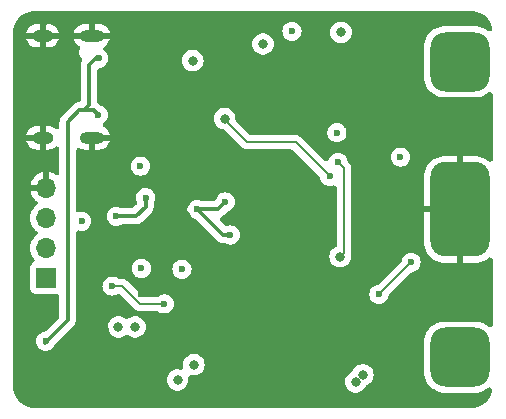
<source format=gbr>
%TF.GenerationSoftware,KiCad,Pcbnew,7.0.5*%
%TF.CreationDate,2024-02-18T20:54:15+09:00*%
%TF.ProjectId,tdc-tdt-kicad,7464632d-7464-4742-9d6b-696361642e6b,rev?*%
%TF.SameCoordinates,Original*%
%TF.FileFunction,Copper,L4,Bot*%
%TF.FilePolarity,Positive*%
%FSLAX46Y46*%
G04 Gerber Fmt 4.6, Leading zero omitted, Abs format (unit mm)*
G04 Created by KiCad (PCBNEW 7.0.5) date 2024-02-18 20:54:15*
%MOMM*%
%LPD*%
G01*
G04 APERTURE LIST*
G04 Aperture macros list*
%AMRoundRect*
0 Rectangle with rounded corners*
0 $1 Rounding radius*
0 $2 $3 $4 $5 $6 $7 $8 $9 X,Y pos of 4 corners*
0 Add a 4 corners polygon primitive as box body*
4,1,4,$2,$3,$4,$5,$6,$7,$8,$9,$2,$3,0*
0 Add four circle primitives for the rounded corners*
1,1,$1+$1,$2,$3*
1,1,$1+$1,$4,$5*
1,1,$1+$1,$6,$7*
1,1,$1+$1,$8,$9*
0 Add four rect primitives between the rounded corners*
20,1,$1+$1,$2,$3,$4,$5,0*
20,1,$1+$1,$4,$5,$6,$7,0*
20,1,$1+$1,$6,$7,$8,$9,0*
20,1,$1+$1,$8,$9,$2,$3,0*%
G04 Aperture macros list end*
%TA.AperFunction,ComponentPad*%
%ADD10R,1.700000X1.700000*%
%TD*%
%TA.AperFunction,ComponentPad*%
%ADD11O,1.700000X1.700000*%
%TD*%
%TA.AperFunction,ComponentPad*%
%ADD12RoundRect,1.250000X1.250000X-1.250000X1.250000X1.250000X-1.250000X1.250000X-1.250000X-1.250000X0*%
%TD*%
%TA.AperFunction,ComponentPad*%
%ADD13RoundRect,1.250000X1.250000X-2.750000X1.250000X2.750000X-1.250000X2.750000X-1.250000X-2.750000X0*%
%TD*%
%TA.AperFunction,ComponentPad*%
%ADD14O,2.100000X1.000000*%
%TD*%
%TA.AperFunction,ComponentPad*%
%ADD15O,1.800000X1.000000*%
%TD*%
%TA.AperFunction,ViaPad*%
%ADD16C,0.600000*%
%TD*%
%TA.AperFunction,ViaPad*%
%ADD17C,0.800000*%
%TD*%
%TA.AperFunction,Conductor*%
%ADD18C,0.350000*%
%TD*%
%TA.AperFunction,Conductor*%
%ADD19C,0.200000*%
%TD*%
G04 APERTURE END LIST*
D10*
%TO.P,J2,1,Pin_1*%
%TO.N,VCC*%
X132000000Y-72800000D03*
D11*
%TO.P,J2,2,Pin_2*%
%TO.N,UART1_RX*%
X132000000Y-70260000D03*
%TO.P,J2,3,Pin_3*%
%TO.N,UART1_TX*%
X132000000Y-67720000D03*
%TO.P,J2,4,Pin_4*%
%TO.N,GND*%
X132000000Y-65180000D03*
%TD*%
D12*
%TO.P,J1,1,Pin_1*%
%TO.N,TRAN_START*%
X167000000Y-54500000D03*
D13*
%TO.P,J1,2,Pin_2*%
%TO.N,GND*%
X167000000Y-67000000D03*
D12*
%TO.P,J1,3,Pin_3*%
%TO.N,TRAN_STOP*%
X167000000Y-79500000D03*
%TD*%
D14*
%TO.P,U1,S,SHIELD*%
%TO.N,GND*%
X135860000Y-52280000D03*
D15*
X131680000Y-52280000D03*
D14*
X135860000Y-60920000D03*
D15*
X131680000Y-60920000D03*
%TD*%
D16*
%TO.N,GND*%
X147400000Y-75900000D03*
D17*
X139710000Y-54600000D03*
X153900000Y-78800000D03*
X160200000Y-71900000D03*
%TO.N,Net-(IC2-TRIGG)*%
X147100000Y-59310000D03*
%TO.N,GND*%
X142200000Y-53887500D03*
X143000000Y-61120000D03*
X140400000Y-61520000D03*
X158200000Y-76800000D03*
%TO.N,+3.3VA*%
X158200000Y-81600000D03*
X158800000Y-81000000D03*
D16*
%TO.N,+1V1*%
X137920000Y-67583000D03*
X147580000Y-69163000D03*
X144749502Y-66994268D03*
X140400000Y-66000000D03*
X147150500Y-66367326D03*
D17*
%TO.N,GND*%
X141500000Y-68700000D03*
X165000000Y-60000000D03*
D16*
X153650000Y-53800000D03*
D17*
X168500000Y-59500000D03*
X140742500Y-80544227D03*
X149600000Y-62600000D03*
X130000000Y-76000000D03*
X136912500Y-77144227D03*
X150450000Y-51000000D03*
D16*
X136050000Y-70400000D03*
X144200000Y-73800000D03*
D17*
X152400000Y-64200000D03*
X141450000Y-83144227D03*
X143800000Y-66400000D03*
X141500000Y-67550000D03*
X168500000Y-73000000D03*
X138000000Y-51000000D03*
D16*
X163945000Y-63055000D03*
X153550000Y-56600000D03*
D17*
X168500000Y-83000000D03*
D16*
X145150000Y-56200000D03*
D17*
X141500000Y-66400000D03*
X142650000Y-66400000D03*
X168000000Y-51000000D03*
X162000000Y-83000000D03*
X142650000Y-68700000D03*
X130000000Y-81000000D03*
X132000000Y-51000000D03*
D16*
X135800000Y-64920000D03*
X156400000Y-73280000D03*
X145362500Y-53187500D03*
D17*
X154400000Y-60800000D03*
X141000000Y-51000000D03*
X143800000Y-67550000D03*
X131500000Y-83000000D03*
X139912500Y-81444227D03*
X146950000Y-51000000D03*
X146312500Y-81344227D03*
X164500000Y-51000000D03*
X165500000Y-83000000D03*
D16*
X140000000Y-74200000D03*
D17*
X148650000Y-66400000D03*
D16*
X161350000Y-59200000D03*
D17*
X168500000Y-61500000D03*
X149700000Y-69200000D03*
X142650000Y-67550000D03*
X150400000Y-64200000D03*
X130000000Y-78500000D03*
X134600000Y-83100000D03*
D16*
X153600000Y-58200000D03*
D17*
X168500000Y-75000000D03*
X154950000Y-51000000D03*
X143800000Y-68700000D03*
X137950000Y-83144227D03*
%TO.N,+3.3V*%
X143112500Y-81444227D03*
X138112500Y-76944227D03*
D16*
X139975000Y-63335000D03*
X140050000Y-72000000D03*
X135000000Y-68000000D03*
X143482475Y-72057023D03*
D17*
X144500000Y-80144227D03*
X139512500Y-76944227D03*
%TO.N,+3.3VA*%
X156950000Y-52000000D03*
D16*
X156600000Y-60500000D03*
X161979500Y-62570000D03*
D17*
X144400000Y-54400000D03*
X150350000Y-53000000D03*
D16*
X152800000Y-51920000D03*
%TO.N,VBUS*%
X136430000Y-54200000D03*
X136400000Y-59000498D03*
X131950000Y-78150000D03*
%TO.N,/QSPI_SS*%
X137570882Y-73495389D03*
X142000000Y-75000000D03*
D17*
%TO.N,+2V8*%
X156874332Y-71001770D03*
D16*
X156700000Y-63000000D03*
%TO.N,MUX2*%
X162880000Y-71480000D03*
X160160000Y-74200000D03*
%TO.N,Net-(IC2-TRIGG)*%
X156000000Y-64200000D03*
%TD*%
D18*
%TO.N,VBUS*%
X133800000Y-59600000D02*
X133800000Y-76400000D01*
X134800000Y-58600000D02*
X133800000Y-59600000D01*
X133800000Y-76400000D02*
X131900000Y-78300000D01*
X135200000Y-58600000D02*
X134800000Y-58600000D01*
D19*
%TO.N,Net-(IC2-TRIGG)*%
X153100000Y-61300000D02*
X149000000Y-61300000D01*
X149000000Y-61300000D02*
X147100000Y-59400000D01*
X147100000Y-59400000D02*
X147100000Y-59310000D01*
X156000000Y-64200000D02*
X153100000Y-61300000D01*
D18*
%TO.N,VBUS*%
X135600000Y-54800000D02*
X135600000Y-58200000D01*
X136200000Y-54200000D02*
X135600000Y-54800000D01*
X135600000Y-58200000D02*
X135200000Y-58600000D01*
X136430000Y-54200000D02*
X136200000Y-54200000D01*
X135999502Y-58600000D02*
X135200000Y-58600000D01*
X136400000Y-59000498D02*
X135999502Y-58600000D01*
%TO.N,+1V1*%
X140400000Y-66000000D02*
X140400000Y-66770000D01*
X146523558Y-66994268D02*
X147150500Y-66367326D01*
X140400000Y-66770000D02*
X139587000Y-67583000D01*
X146963000Y-69163000D02*
X147580000Y-69163000D01*
X139587000Y-67583000D02*
X137920000Y-67583000D01*
X144749502Y-66994268D02*
X146523558Y-66994268D01*
X144794268Y-66994268D02*
X146963000Y-69163000D01*
X144749502Y-66994268D02*
X144794268Y-66994268D01*
D19*
%TO.N,/QSPI_SS*%
X137570882Y-73495389D02*
X138446860Y-73495389D01*
X138446860Y-73495389D02*
X139951471Y-75000000D01*
X139951471Y-75000000D02*
X142000000Y-75000000D01*
%TO.N,+2V8*%
X156700000Y-63000000D02*
X157200000Y-63500000D01*
X157200000Y-70676102D02*
X156874332Y-71001770D01*
X157200000Y-63500000D02*
X157200000Y-70676102D01*
%TO.N,MUX2*%
X162880000Y-71480000D02*
X160160000Y-74200000D01*
%TD*%
%TA.AperFunction,Conductor*%
%TO.N,GND*%
G36*
X168004131Y-50200770D02*
G01*
X168226607Y-50215352D01*
X168243013Y-50217512D01*
X168397768Y-50248294D01*
X168457605Y-50260197D01*
X168473599Y-50264482D01*
X168680779Y-50334811D01*
X168696081Y-50341149D01*
X168892308Y-50437917D01*
X168906652Y-50446199D01*
X169088578Y-50567758D01*
X169101699Y-50577827D01*
X169266204Y-50722093D01*
X169277906Y-50733795D01*
X169422168Y-50898295D01*
X169432242Y-50911423D01*
X169536487Y-51067437D01*
X169553799Y-51093345D01*
X169562082Y-51107691D01*
X169658850Y-51303918D01*
X169665189Y-51319222D01*
X169735514Y-51526393D01*
X169739801Y-51542392D01*
X169757201Y-51629863D01*
X169757202Y-51728579D01*
X169719426Y-51819780D01*
X169649624Y-51889584D01*
X169558423Y-51927361D01*
X169459707Y-51927362D01*
X169368506Y-51889586D01*
X169358826Y-51882786D01*
X169188208Y-51756864D01*
X169188197Y-51756857D01*
X168955180Y-51633705D01*
X168706418Y-51546658D01*
X168706406Y-51546655D01*
X168447439Y-51497656D01*
X168447441Y-51497656D01*
X168337806Y-51491500D01*
X165662193Y-51491500D01*
X165552566Y-51497656D01*
X165552558Y-51497656D01*
X165552558Y-51497657D01*
X165552556Y-51497657D01*
X165552551Y-51497658D01*
X165293593Y-51546655D01*
X165293581Y-51546658D01*
X165044819Y-51633705D01*
X164811802Y-51756857D01*
X164811791Y-51756864D01*
X164599735Y-51913369D01*
X164413369Y-52099735D01*
X164256864Y-52311791D01*
X164256857Y-52311802D01*
X164133705Y-52544819D01*
X164046658Y-52793581D01*
X164046655Y-52793593D01*
X163997656Y-53052559D01*
X163991500Y-53162176D01*
X163991500Y-55837806D01*
X163997656Y-55947433D01*
X163997658Y-55947448D01*
X164046655Y-56206406D01*
X164046658Y-56206418D01*
X164133705Y-56455180D01*
X164133706Y-56455182D01*
X164256860Y-56688202D01*
X164413369Y-56900264D01*
X164599736Y-57086631D01*
X164811798Y-57243140D01*
X165044818Y-57366294D01*
X165293590Y-57453344D01*
X165552558Y-57502343D01*
X165662176Y-57508499D01*
X165662177Y-57508499D01*
X165662195Y-57508500D01*
X168337804Y-57508499D01*
X168337806Y-57508499D01*
X168357738Y-57507379D01*
X168447442Y-57502343D01*
X168706410Y-57453344D01*
X168955182Y-57366294D01*
X169188202Y-57243140D01*
X169396266Y-57089581D01*
X169485599Y-57047585D01*
X169584207Y-57042972D01*
X169677074Y-57076445D01*
X169750063Y-57142909D01*
X169792061Y-57232245D01*
X169799500Y-57293146D01*
X169799500Y-62707474D01*
X169780242Y-62804293D01*
X169725398Y-62886372D01*
X169643319Y-62941216D01*
X169546500Y-62960474D01*
X169449681Y-62941216D01*
X169396264Y-62911038D01*
X169187934Y-62757284D01*
X169187930Y-62757281D01*
X168954987Y-62634167D01*
X168954969Y-62634160D01*
X168706284Y-62547141D01*
X168706277Y-62547139D01*
X168447383Y-62498154D01*
X168447385Y-62498154D01*
X168337805Y-62492000D01*
X167254000Y-62492000D01*
X167254000Y-66031300D01*
X167101690Y-66000000D01*
X166949288Y-66000000D01*
X166797663Y-66015419D01*
X166746000Y-66031628D01*
X166746000Y-62492000D01*
X165662194Y-62492000D01*
X165552615Y-62498154D01*
X165293722Y-62547139D01*
X165293715Y-62547141D01*
X165045030Y-62634160D01*
X165045012Y-62634167D01*
X164812069Y-62757281D01*
X164812056Y-62757290D01*
X164600065Y-62913746D01*
X164413746Y-63100065D01*
X164257290Y-63312056D01*
X164257281Y-63312069D01*
X164134167Y-63545012D01*
X164134160Y-63545030D01*
X164047141Y-63793715D01*
X164047139Y-63793722D01*
X163998154Y-64052615D01*
X163992000Y-64162194D01*
X163992000Y-66746000D01*
X166032790Y-66746000D01*
X166006434Y-66847791D01*
X165996133Y-67050910D01*
X166026931Y-67251945D01*
X166027692Y-67254000D01*
X163992000Y-67254000D01*
X163992000Y-69837805D01*
X163998154Y-69947384D01*
X164047139Y-70206277D01*
X164047141Y-70206284D01*
X164134160Y-70454969D01*
X164134167Y-70454987D01*
X164257281Y-70687930D01*
X164257290Y-70687943D01*
X164413746Y-70899934D01*
X164600065Y-71086253D01*
X164812056Y-71242709D01*
X164812069Y-71242718D01*
X165045012Y-71365832D01*
X165045030Y-71365839D01*
X165293715Y-71452858D01*
X165293722Y-71452860D01*
X165552616Y-71501845D01*
X165552614Y-71501845D01*
X165662194Y-71507999D01*
X165662230Y-71508000D01*
X166746000Y-71508000D01*
X166746000Y-67968699D01*
X166898310Y-68000000D01*
X167050712Y-68000000D01*
X167202337Y-67984581D01*
X167254000Y-67968371D01*
X167254000Y-71508000D01*
X168337770Y-71508000D01*
X168337805Y-71507999D01*
X168447384Y-71501845D01*
X168706277Y-71452860D01*
X168706284Y-71452858D01*
X168954969Y-71365839D01*
X168954987Y-71365832D01*
X169187930Y-71242718D01*
X169187936Y-71242714D01*
X169396263Y-71088962D01*
X169485600Y-71046964D01*
X169584207Y-71042351D01*
X169677075Y-71075824D01*
X169750063Y-71142288D01*
X169792061Y-71231625D01*
X169799500Y-71292525D01*
X169799500Y-76706853D01*
X169780242Y-76803672D01*
X169725398Y-76885751D01*
X169643319Y-76940595D01*
X169546500Y-76959853D01*
X169449681Y-76940595D01*
X169396263Y-76910416D01*
X169188208Y-76756864D01*
X169188197Y-76756857D01*
X168955180Y-76633705D01*
X168706418Y-76546658D01*
X168706406Y-76546655D01*
X168447439Y-76497656D01*
X168447441Y-76497656D01*
X168337806Y-76491500D01*
X165662193Y-76491500D01*
X165552566Y-76497656D01*
X165552558Y-76497656D01*
X165552558Y-76497657D01*
X165552556Y-76497657D01*
X165552551Y-76497658D01*
X165293593Y-76546655D01*
X165293581Y-76546658D01*
X165044819Y-76633705D01*
X164811802Y-76756857D01*
X164811791Y-76756864D01*
X164599735Y-76913369D01*
X164413369Y-77099735D01*
X164256864Y-77311791D01*
X164256857Y-77311802D01*
X164133705Y-77544819D01*
X164046658Y-77793581D01*
X164046655Y-77793593D01*
X163997656Y-78052559D01*
X163991500Y-78162176D01*
X163991500Y-80837806D01*
X163997656Y-80947433D01*
X163997658Y-80947448D01*
X164046655Y-81206406D01*
X164046658Y-81206418D01*
X164133705Y-81455180D01*
X164256857Y-81688197D01*
X164256864Y-81688208D01*
X164411208Y-81897336D01*
X164413369Y-81900264D01*
X164599736Y-82086631D01*
X164811798Y-82243140D01*
X165044818Y-82366294D01*
X165293590Y-82453344D01*
X165552558Y-82502343D01*
X165662176Y-82508499D01*
X165662177Y-82508499D01*
X165662195Y-82508500D01*
X168337804Y-82508499D01*
X168337806Y-82508499D01*
X168357738Y-82507379D01*
X168447442Y-82502343D01*
X168706410Y-82453344D01*
X168955182Y-82366294D01*
X169188202Y-82243140D01*
X169358828Y-82117211D01*
X169448162Y-82075215D01*
X169546770Y-82070602D01*
X169639637Y-82104075D01*
X169712626Y-82170539D01*
X169754624Y-82259875D01*
X169759237Y-82358483D01*
X169757201Y-82370136D01*
X169739801Y-82457607D01*
X169735514Y-82473606D01*
X169665189Y-82680777D01*
X169658850Y-82696081D01*
X169562082Y-82892308D01*
X169553799Y-82906654D01*
X169478669Y-83019094D01*
X169432247Y-83088568D01*
X169422168Y-83101704D01*
X169277912Y-83266198D01*
X169266198Y-83277912D01*
X169101704Y-83422168D01*
X169088568Y-83432247D01*
X169019094Y-83478669D01*
X168906654Y-83553799D01*
X168892308Y-83562082D01*
X168696081Y-83658850D01*
X168680777Y-83665189D01*
X168473606Y-83735515D01*
X168457605Y-83739802D01*
X168243019Y-83782485D01*
X168226596Y-83784648D01*
X168171451Y-83788262D01*
X168004130Y-83799229D01*
X167995862Y-83799500D01*
X131004138Y-83799500D01*
X130995868Y-83799229D01*
X130773403Y-83784648D01*
X130756980Y-83782485D01*
X130542394Y-83739802D01*
X130526393Y-83735515D01*
X130319222Y-83665189D01*
X130303918Y-83658850D01*
X130107691Y-83562082D01*
X130093345Y-83553799D01*
X130067437Y-83536487D01*
X129911423Y-83432242D01*
X129898295Y-83422168D01*
X129733795Y-83277906D01*
X129722093Y-83266204D01*
X129577827Y-83101699D01*
X129567758Y-83088578D01*
X129446199Y-82906652D01*
X129437917Y-82892308D01*
X129341149Y-82696081D01*
X129334810Y-82680777D01*
X129274239Y-82502343D01*
X129264482Y-82473599D01*
X129260197Y-82457605D01*
X129217514Y-82243019D01*
X129215352Y-82226609D01*
X129200768Y-82004101D01*
X129200500Y-81995886D01*
X129200500Y-81960118D01*
X129200500Y-81960117D01*
X129200500Y-81444227D01*
X142198996Y-81444227D01*
X142218958Y-81634157D01*
X142277973Y-81815785D01*
X142373460Y-81981172D01*
X142501244Y-82123091D01*
X142501248Y-82123094D01*
X142655747Y-82235344D01*
X142655748Y-82235345D01*
X142830212Y-82313021D01*
X142830217Y-82313022D01*
X142830220Y-82313023D01*
X143017008Y-82352726D01*
X143017013Y-82352727D01*
X143017015Y-82352727D01*
X143207985Y-82352727D01*
X143207987Y-82352727D01*
X143394788Y-82313021D01*
X143569252Y-82235345D01*
X143723753Y-82123093D01*
X143729048Y-82117213D01*
X143851539Y-81981172D01*
X143863696Y-81960117D01*
X143947027Y-81815783D01*
X144006042Y-81634155D01*
X144009632Y-81600000D01*
X157286496Y-81600000D01*
X157306458Y-81789930D01*
X157365473Y-81971558D01*
X157460960Y-82136945D01*
X157588744Y-82278864D01*
X157588748Y-82278867D01*
X157743247Y-82391117D01*
X157743248Y-82391118D01*
X157917712Y-82468794D01*
X157917717Y-82468795D01*
X157917720Y-82468796D01*
X158104508Y-82508499D01*
X158104513Y-82508500D01*
X158104515Y-82508500D01*
X158295485Y-82508500D01*
X158295487Y-82508500D01*
X158413654Y-82483382D01*
X158482279Y-82468796D01*
X158482279Y-82468795D01*
X158482288Y-82468794D01*
X158656752Y-82391118D01*
X158811253Y-82278866D01*
X158939040Y-82136944D01*
X159034527Y-81971556D01*
X159034528Y-81971551D01*
X159034531Y-81971547D01*
X159039920Y-81959444D01*
X159043268Y-81960934D01*
X159078860Y-81897336D01*
X159156364Y-81836197D01*
X159168390Y-81830459D01*
X159256752Y-81791118D01*
X159411253Y-81678866D01*
X159539040Y-81536944D01*
X159634527Y-81371556D01*
X159693542Y-81189928D01*
X159713504Y-81000000D01*
X159693542Y-80810072D01*
X159634527Y-80628444D01*
X159634526Y-80628443D01*
X159634526Y-80628441D01*
X159539039Y-80463054D01*
X159411255Y-80321135D01*
X159411251Y-80321132D01*
X159256752Y-80208882D01*
X159256753Y-80208882D01*
X159082288Y-80131206D01*
X159082279Y-80131203D01*
X158895491Y-80091500D01*
X158895487Y-80091500D01*
X158704513Y-80091500D01*
X158704508Y-80091500D01*
X158517720Y-80131203D01*
X158517711Y-80131206D01*
X158343246Y-80208882D01*
X158188748Y-80321132D01*
X158188744Y-80321135D01*
X158060960Y-80463054D01*
X157965474Y-80628440D01*
X157960083Y-80640550D01*
X157956751Y-80639066D01*
X157921009Y-80702817D01*
X157843456Y-80763894D01*
X157831612Y-80769539D01*
X157743248Y-80808881D01*
X157743247Y-80808882D01*
X157588748Y-80921132D01*
X157588744Y-80921135D01*
X157460960Y-81063054D01*
X157365473Y-81228441D01*
X157306458Y-81410069D01*
X157286496Y-81600000D01*
X144009632Y-81600000D01*
X144026004Y-81444227D01*
X144011665Y-81307801D01*
X144020697Y-81209504D01*
X144066661Y-81122142D01*
X144142557Y-81059019D01*
X144236833Y-81029745D01*
X144315880Y-81033888D01*
X144404508Y-81052726D01*
X144404513Y-81052727D01*
X144404515Y-81052727D01*
X144595485Y-81052727D01*
X144595487Y-81052727D01*
X144782288Y-81013021D01*
X144956752Y-80935345D01*
X145111253Y-80823093D01*
X145239040Y-80681171D01*
X145334527Y-80515783D01*
X145393542Y-80334155D01*
X145413504Y-80144227D01*
X145393542Y-79954299D01*
X145334527Y-79772671D01*
X145334526Y-79772670D01*
X145334526Y-79772668D01*
X145239039Y-79607281D01*
X145111255Y-79465362D01*
X145111251Y-79465359D01*
X144956752Y-79353109D01*
X144956753Y-79353109D01*
X144782288Y-79275433D01*
X144782279Y-79275430D01*
X144595491Y-79235727D01*
X144595487Y-79235727D01*
X144404513Y-79235727D01*
X144404508Y-79235727D01*
X144217720Y-79275430D01*
X144217711Y-79275433D01*
X144043246Y-79353109D01*
X143888748Y-79465359D01*
X143888744Y-79465362D01*
X143760960Y-79607281D01*
X143665473Y-79772668D01*
X143606458Y-79954296D01*
X143586496Y-80144227D01*
X143586496Y-80144228D01*
X143600834Y-80280649D01*
X143591801Y-80378951D01*
X143545837Y-80466313D01*
X143469941Y-80529435D01*
X143375665Y-80558708D01*
X143296621Y-80554566D01*
X143207987Y-80535727D01*
X143017013Y-80535727D01*
X143017008Y-80535727D01*
X142830220Y-80575430D01*
X142830211Y-80575433D01*
X142655746Y-80653109D01*
X142501248Y-80765359D01*
X142501244Y-80765362D01*
X142373460Y-80907281D01*
X142277973Y-81072668D01*
X142218958Y-81254296D01*
X142198996Y-81444227D01*
X129200500Y-81444227D01*
X129200500Y-61174000D01*
X130303693Y-61174000D01*
X130344224Y-61307611D01*
X130437822Y-61482721D01*
X130437827Y-61482729D01*
X130563786Y-61636210D01*
X130563789Y-61636213D01*
X130717270Y-61762172D01*
X130717278Y-61762177D01*
X130892388Y-61855775D01*
X131082393Y-61913413D01*
X131230480Y-61927999D01*
X131230483Y-61928000D01*
X131426000Y-61928000D01*
X131426000Y-61220000D01*
X131933999Y-61220000D01*
X131933999Y-61927999D01*
X131934000Y-61928000D01*
X132129517Y-61928000D01*
X132129519Y-61927999D01*
X132277606Y-61913413D01*
X132467611Y-61855775D01*
X132642721Y-61762177D01*
X132642729Y-61762172D01*
X132702998Y-61712711D01*
X132790057Y-61666176D01*
X132888298Y-61656500D01*
X132982763Y-61685156D01*
X133059071Y-61747780D01*
X133105606Y-61834839D01*
X133116500Y-61908282D01*
X133116500Y-63815526D01*
X133097242Y-63912345D01*
X133042398Y-63994424D01*
X132960319Y-64049268D01*
X132863500Y-64068526D01*
X132766681Y-64049268D01*
X132743085Y-64038033D01*
X132547372Y-63932118D01*
X132547370Y-63932117D01*
X132334507Y-63859041D01*
X132254000Y-63845606D01*
X132254000Y-64746325D01*
X132142315Y-64695320D01*
X132035763Y-64680000D01*
X131964237Y-64680000D01*
X131857685Y-64695320D01*
X131746000Y-64746325D01*
X131746000Y-63845606D01*
X131665492Y-63859041D01*
X131452629Y-63932117D01*
X131452627Y-63932118D01*
X131254694Y-64039235D01*
X131077106Y-64177457D01*
X131077101Y-64177462D01*
X130924671Y-64343046D01*
X130924670Y-64343047D01*
X130801581Y-64531449D01*
X130801579Y-64531453D01*
X130711177Y-64737546D01*
X130711176Y-64737550D01*
X130663455Y-64925999D01*
X130663456Y-64926000D01*
X131568884Y-64926000D01*
X131540507Y-64970156D01*
X131500000Y-65108111D01*
X131500000Y-65251889D01*
X131540507Y-65389844D01*
X131568884Y-65434000D01*
X130663455Y-65434000D01*
X130711176Y-65622449D01*
X130711177Y-65622453D01*
X130801579Y-65828546D01*
X130801581Y-65828550D01*
X130924670Y-66016952D01*
X130924671Y-66016953D01*
X131077101Y-66182537D01*
X131077104Y-66182540D01*
X131163814Y-66250029D01*
X131228389Y-66324694D01*
X131259476Y-66418387D01*
X131252342Y-66516845D01*
X131208072Y-66605077D01*
X131163817Y-66649333D01*
X131076763Y-66717091D01*
X131076753Y-66717100D01*
X130924278Y-66882730D01*
X130801138Y-67071210D01*
X130710706Y-67277379D01*
X130710703Y-67277387D01*
X130655436Y-67495629D01*
X130655435Y-67495634D01*
X130636844Y-67720000D01*
X130655435Y-67944365D01*
X130655436Y-67944370D01*
X130681932Y-68048999D01*
X130710704Y-68162616D01*
X130718677Y-68180793D01*
X130801138Y-68368789D01*
X130924278Y-68557269D01*
X131076753Y-68722899D01*
X131076755Y-68722901D01*
X131076760Y-68722906D01*
X131163409Y-68790348D01*
X131227983Y-68865014D01*
X131259069Y-68958707D01*
X131251934Y-69057164D01*
X131207664Y-69145397D01*
X131163409Y-69189652D01*
X131076761Y-69257093D01*
X131076753Y-69257100D01*
X130924278Y-69422730D01*
X130801138Y-69611210D01*
X130710706Y-69817379D01*
X130710703Y-69817387D01*
X130655436Y-70035629D01*
X130655435Y-70035634D01*
X130636844Y-70260000D01*
X130655435Y-70484365D01*
X130655436Y-70484370D01*
X130692369Y-70630214D01*
X130710704Y-70702616D01*
X130716569Y-70715987D01*
X130801138Y-70908789D01*
X130924278Y-71097269D01*
X130945238Y-71120037D01*
X130996644Y-71204312D01*
X131011885Y-71301844D01*
X130988642Y-71397785D01*
X130930454Y-71477527D01*
X130910720Y-71493925D01*
X130786742Y-71586735D01*
X130786737Y-71586740D01*
X130699113Y-71703791D01*
X130648009Y-71840803D01*
X130641501Y-71901345D01*
X130641500Y-71901365D01*
X130641500Y-73698634D01*
X130641501Y-73698654D01*
X130648009Y-73759196D01*
X130648011Y-73759201D01*
X130699111Y-73896204D01*
X130699112Y-73896205D01*
X130699113Y-73896208D01*
X130786737Y-74013259D01*
X130786740Y-74013262D01*
X130903791Y-74100886D01*
X130903792Y-74100886D01*
X130903796Y-74100889D01*
X131040799Y-74151989D01*
X131040802Y-74151989D01*
X131040804Y-74151990D01*
X131040802Y-74151990D01*
X131089065Y-74157178D01*
X131101362Y-74158500D01*
X131101365Y-74158500D01*
X132863500Y-74158500D01*
X132960319Y-74177758D01*
X133042398Y-74232602D01*
X133097242Y-74314681D01*
X133116500Y-74411500D01*
X133116500Y-76012088D01*
X133097242Y-76108907D01*
X133042398Y-76190986D01*
X131952869Y-77280514D01*
X131870790Y-77335358D01*
X131802303Y-77353025D01*
X131768953Y-77356783D01*
X131768952Y-77356783D01*
X131596983Y-77416957D01*
X131442722Y-77513886D01*
X131442718Y-77513889D01*
X131313889Y-77642718D01*
X131313886Y-77642722D01*
X131216957Y-77796983D01*
X131156783Y-77968953D01*
X131136384Y-78149998D01*
X131136384Y-78150001D01*
X131156783Y-78331046D01*
X131216957Y-78503016D01*
X131313889Y-78657282D01*
X131322860Y-78668531D01*
X131332226Y-78681975D01*
X131358004Y-78724618D01*
X131358007Y-78724622D01*
X131358008Y-78724623D01*
X131475377Y-78841992D01*
X131617423Y-78927861D01*
X131775891Y-78977242D01*
X131941572Y-78987264D01*
X132104837Y-78957344D01*
X132149341Y-78937314D01*
X132159486Y-78933265D01*
X132174930Y-78927861D01*
X132303015Y-78883043D01*
X132457281Y-78786111D01*
X132586111Y-78657281D01*
X132613331Y-78613960D01*
X132690603Y-78490984D01*
X132691473Y-78491530D01*
X132731497Y-78435116D01*
X134222386Y-76944227D01*
X137198996Y-76944227D01*
X137218958Y-77134157D01*
X137277973Y-77315785D01*
X137373460Y-77481172D01*
X137501244Y-77623091D01*
X137501248Y-77623094D01*
X137655747Y-77735344D01*
X137655748Y-77735345D01*
X137830212Y-77813021D01*
X137830217Y-77813022D01*
X137830220Y-77813023D01*
X138017008Y-77852726D01*
X138017013Y-77852727D01*
X138017015Y-77852727D01*
X138207985Y-77852727D01*
X138207987Y-77852727D01*
X138394788Y-77813021D01*
X138569252Y-77735345D01*
X138663792Y-77666656D01*
X138753436Y-77625330D01*
X138852076Y-77621453D01*
X138944690Y-77655620D01*
X138961189Y-77666644D01*
X139055748Y-77735345D01*
X139230212Y-77813021D01*
X139230217Y-77813022D01*
X139230220Y-77813023D01*
X139417008Y-77852726D01*
X139417013Y-77852727D01*
X139417015Y-77852727D01*
X139607985Y-77852727D01*
X139607987Y-77852727D01*
X139794788Y-77813021D01*
X139969252Y-77735345D01*
X140123753Y-77623093D01*
X140251540Y-77481171D01*
X140347027Y-77315783D01*
X140406042Y-77134155D01*
X140426004Y-76944227D01*
X140406042Y-76754299D01*
X140347027Y-76572671D01*
X140347026Y-76572670D01*
X140347026Y-76572668D01*
X140251539Y-76407281D01*
X140123755Y-76265362D01*
X140123751Y-76265359D01*
X139969252Y-76153109D01*
X139969253Y-76153109D01*
X139845198Y-76097877D01*
X139764583Y-76040904D01*
X139730655Y-75987133D01*
X139686753Y-76016468D01*
X139589934Y-76035727D01*
X139417008Y-76035727D01*
X139230220Y-76075430D01*
X139230211Y-76075433D01*
X139055747Y-76153109D01*
X138961209Y-76221795D01*
X138871561Y-76263123D01*
X138772921Y-76266998D01*
X138680307Y-76232831D01*
X138663791Y-76221795D01*
X138569252Y-76153109D01*
X138394788Y-76075433D01*
X138394779Y-76075430D01*
X138207991Y-76035727D01*
X138207987Y-76035727D01*
X138017013Y-76035727D01*
X138017008Y-76035727D01*
X137830220Y-76075430D01*
X137830211Y-76075433D01*
X137655746Y-76153109D01*
X137501248Y-76265359D01*
X137501244Y-76265362D01*
X137373460Y-76407281D01*
X137277973Y-76572668D01*
X137218958Y-76754296D01*
X137198996Y-76944227D01*
X134222386Y-76944227D01*
X134266016Y-76900597D01*
X134271536Y-76895401D01*
X134315365Y-76856573D01*
X134348608Y-76808410D01*
X134353127Y-76802269D01*
X134389223Y-76756197D01*
X134389227Y-76756186D01*
X134392500Y-76750775D01*
X134406711Y-76725577D01*
X134409653Y-76719972D01*
X134409652Y-76719972D01*
X134409654Y-76719971D01*
X134430405Y-76665253D01*
X134433332Y-76658187D01*
X134457344Y-76604837D01*
X134457346Y-76604823D01*
X134459242Y-76598744D01*
X134466998Y-76570921D01*
X134468512Y-76564778D01*
X134468512Y-76564775D01*
X134468513Y-76564774D01*
X134475569Y-76506657D01*
X134476712Y-76499148D01*
X134487264Y-76441572D01*
X134483730Y-76383161D01*
X134483500Y-76375528D01*
X134483500Y-73495389D01*
X136757266Y-73495389D01*
X136777665Y-73676436D01*
X136806624Y-73759196D01*
X136837839Y-73848405D01*
X136934768Y-74002666D01*
X136934771Y-74002670D01*
X137063600Y-74131499D01*
X137063604Y-74131502D01*
X137172614Y-74199998D01*
X137217867Y-74228432D01*
X137389835Y-74288606D01*
X137552547Y-74306939D01*
X137570881Y-74309005D01*
X137570882Y-74309005D01*
X137570883Y-74309005D01*
X137587530Y-74307129D01*
X137751929Y-74288606D01*
X137923897Y-74228432D01*
X137973684Y-74197148D01*
X137995920Y-74183177D01*
X138088145Y-74147973D01*
X138186822Y-74150741D01*
X138276928Y-74191061D01*
X138309422Y-74218500D01*
X139487124Y-75396202D01*
X139498044Y-75408654D01*
X139517482Y-75433985D01*
X139517486Y-75433989D01*
X139541028Y-75452053D01*
X139549396Y-75458474D01*
X139549399Y-75458477D01*
X139612997Y-75507277D01*
X139613002Y-75507281D01*
X139644596Y-75531524D01*
X139686751Y-75548985D01*
X139768830Y-75603828D01*
X139807669Y-75661954D01*
X139857434Y-75630554D01*
X139935065Y-75616166D01*
X139935032Y-75615914D01*
X139939843Y-75615280D01*
X139948102Y-75613750D01*
X139951470Y-75613750D01*
X139951470Y-75613749D01*
X139951471Y-75613750D01*
X139983125Y-75609582D01*
X139999651Y-75608500D01*
X141375888Y-75608500D01*
X141472707Y-75627758D01*
X141510492Y-75647279D01*
X141646983Y-75733042D01*
X141646985Y-75733043D01*
X141818953Y-75793217D01*
X141981665Y-75811550D01*
X141999999Y-75813616D01*
X142000000Y-75813616D01*
X142000001Y-75813616D01*
X142016648Y-75811740D01*
X142181047Y-75793217D01*
X142353015Y-75733043D01*
X142507281Y-75636111D01*
X142636111Y-75507281D01*
X142733043Y-75353015D01*
X142793217Y-75181047D01*
X142813616Y-75000000D01*
X142793217Y-74818953D01*
X142733043Y-74646985D01*
X142636111Y-74492719D01*
X142507281Y-74363889D01*
X142507277Y-74363886D01*
X142353016Y-74266957D01*
X142242916Y-74228432D01*
X142181047Y-74206783D01*
X142120855Y-74200001D01*
X159346384Y-74200001D01*
X159350057Y-74232602D01*
X159364849Y-74363886D01*
X159366783Y-74381046D01*
X159426957Y-74553016D01*
X159486001Y-74646983D01*
X159523889Y-74707281D01*
X159652719Y-74836111D01*
X159806985Y-74933043D01*
X159978953Y-74993217D01*
X160141665Y-75011550D01*
X160159999Y-75013616D01*
X160160000Y-75013616D01*
X160160001Y-75013616D01*
X160176648Y-75011740D01*
X160341047Y-74993217D01*
X160513015Y-74933043D01*
X160667281Y-74836111D01*
X160796111Y-74707281D01*
X160893043Y-74553015D01*
X160953217Y-74381047D01*
X160957744Y-74340865D01*
X160987718Y-74246815D01*
X161030251Y-74190296D01*
X162870295Y-72350252D01*
X162952371Y-72295411D01*
X163020863Y-72277744D01*
X163061047Y-72273217D01*
X163233015Y-72213043D01*
X163387281Y-72116111D01*
X163516111Y-71987281D01*
X163613043Y-71833015D01*
X163673217Y-71661047D01*
X163693616Y-71480000D01*
X163693337Y-71477527D01*
X163684736Y-71401189D01*
X163673217Y-71298953D01*
X163613043Y-71126985D01*
X163608677Y-71120037D01*
X163516113Y-70972722D01*
X163516110Y-70972718D01*
X163387281Y-70843889D01*
X163387277Y-70843886D01*
X163233016Y-70746957D01*
X163144522Y-70715992D01*
X163061047Y-70686783D01*
X162966241Y-70676101D01*
X162880001Y-70666384D01*
X162879999Y-70666384D01*
X162698953Y-70686783D01*
X162526983Y-70746957D01*
X162372722Y-70843886D01*
X162372718Y-70843889D01*
X162243889Y-70972718D01*
X162243886Y-70972722D01*
X162146957Y-71126983D01*
X162086783Y-71298952D01*
X162086783Y-71298954D01*
X162082255Y-71339137D01*
X162052276Y-71433191D01*
X162009744Y-71489705D01*
X160169705Y-73329744D01*
X160087626Y-73384588D01*
X160019137Y-73402255D01*
X159993911Y-73405097D01*
X159978953Y-73406783D01*
X159978952Y-73406783D01*
X159806983Y-73466957D01*
X159652722Y-73563886D01*
X159652718Y-73563889D01*
X159523889Y-73692718D01*
X159523886Y-73692722D01*
X159426957Y-73846983D01*
X159366783Y-74018953D01*
X159346384Y-74199998D01*
X159346384Y-74200001D01*
X142120855Y-74200001D01*
X142034685Y-74190292D01*
X142000001Y-74186384D01*
X141999999Y-74186384D01*
X141818953Y-74206783D01*
X141646983Y-74266957D01*
X141510492Y-74352721D01*
X141418267Y-74387925D01*
X141375888Y-74391500D01*
X140308316Y-74391500D01*
X140211497Y-74372242D01*
X140129418Y-74317398D01*
X138911202Y-73099182D01*
X138900280Y-73086728D01*
X138880846Y-73061401D01*
X138848932Y-73036912D01*
X138848932Y-73036911D01*
X138753733Y-72963863D01*
X138605716Y-72902552D01*
X138605715Y-72902551D01*
X138586320Y-72899997D01*
X138586316Y-72899997D01*
X138537893Y-72893622D01*
X138481523Y-72886201D01*
X138481517Y-72886201D01*
X138446861Y-72881639D01*
X138446860Y-72881639D01*
X138415207Y-72885806D01*
X138398679Y-72886889D01*
X138194994Y-72886889D01*
X138098175Y-72867631D01*
X138060390Y-72848110D01*
X137923898Y-72762346D01*
X137837912Y-72732259D01*
X137751929Y-72702172D01*
X137661405Y-72691972D01*
X137570883Y-72681773D01*
X137570881Y-72681773D01*
X137389835Y-72702172D01*
X137217865Y-72762346D01*
X137063604Y-72859275D01*
X137063600Y-72859278D01*
X136934771Y-72988107D01*
X136934768Y-72988111D01*
X136837839Y-73142372D01*
X136777665Y-73314342D01*
X136760470Y-73466957D01*
X136757266Y-73495389D01*
X134483500Y-73495389D01*
X134483500Y-72000000D01*
X139236384Y-72000000D01*
X139256783Y-72181047D01*
X139267979Y-72213043D01*
X139316957Y-72353016D01*
X139413886Y-72507277D01*
X139413889Y-72507281D01*
X139542718Y-72636110D01*
X139542722Y-72636113D01*
X139633473Y-72693136D01*
X139696985Y-72733043D01*
X139868953Y-72793217D01*
X140031665Y-72811550D01*
X140049999Y-72813616D01*
X140050000Y-72813616D01*
X140050001Y-72813616D01*
X140066648Y-72811740D01*
X140231047Y-72793217D01*
X140403015Y-72733043D01*
X140557281Y-72636111D01*
X140686111Y-72507281D01*
X140783043Y-72353015D01*
X140843217Y-72181047D01*
X140857191Y-72057023D01*
X142668859Y-72057023D01*
X142689258Y-72238070D01*
X142719344Y-72324053D01*
X142749432Y-72410039D01*
X142846361Y-72564300D01*
X142846364Y-72564304D01*
X142975193Y-72693133D01*
X142975197Y-72693136D01*
X143038708Y-72733043D01*
X143129460Y-72790066D01*
X143301428Y-72850240D01*
X143464140Y-72868573D01*
X143482474Y-72870639D01*
X143482475Y-72870639D01*
X143482476Y-72870639D01*
X143499123Y-72868763D01*
X143663522Y-72850240D01*
X143835490Y-72790066D01*
X143989756Y-72693134D01*
X144118586Y-72564304D01*
X144215518Y-72410038D01*
X144275692Y-72238070D01*
X144296091Y-72057023D01*
X144275692Y-71875976D01*
X144215518Y-71704008D01*
X144200832Y-71680636D01*
X144118588Y-71549745D01*
X144118585Y-71549741D01*
X143989756Y-71420912D01*
X143989752Y-71420909D01*
X143835491Y-71323980D01*
X143745596Y-71292525D01*
X143663522Y-71263806D01*
X143572998Y-71253606D01*
X143482476Y-71243407D01*
X143482474Y-71243407D01*
X143301428Y-71263806D01*
X143129458Y-71323980D01*
X142975197Y-71420909D01*
X142975193Y-71420912D01*
X142846364Y-71549741D01*
X142846361Y-71549745D01*
X142749432Y-71704006D01*
X142691152Y-71870563D01*
X142689258Y-71875976D01*
X142668859Y-72057023D01*
X140857191Y-72057023D01*
X140863616Y-72000000D01*
X140862182Y-71987277D01*
X140853506Y-71910270D01*
X140843217Y-71818953D01*
X140783043Y-71646985D01*
X140745188Y-71586740D01*
X140686113Y-71492722D01*
X140686110Y-71492718D01*
X140557281Y-71363889D01*
X140557277Y-71363886D01*
X140403016Y-71266957D01*
X140317031Y-71236869D01*
X140231047Y-71206783D01*
X140140523Y-71196583D01*
X140050001Y-71186384D01*
X140049999Y-71186384D01*
X139868953Y-71206783D01*
X139696983Y-71266957D01*
X139542722Y-71363886D01*
X139542718Y-71363889D01*
X139413889Y-71492718D01*
X139413886Y-71492722D01*
X139316957Y-71646983D01*
X139256783Y-71818953D01*
X139237818Y-71987277D01*
X139236384Y-72000000D01*
X134483500Y-72000000D01*
X134483500Y-69032407D01*
X134502758Y-68935588D01*
X134557602Y-68853509D01*
X134639681Y-68798665D01*
X134736500Y-68779407D01*
X134804877Y-68791024D01*
X134805099Y-68790055D01*
X134818946Y-68793214D01*
X134818953Y-68793217D01*
X134967774Y-68809985D01*
X134999999Y-68813616D01*
X135000000Y-68813616D01*
X135000001Y-68813616D01*
X135016648Y-68811740D01*
X135181047Y-68793217D01*
X135353015Y-68733043D01*
X135507281Y-68636111D01*
X135636111Y-68507281D01*
X135733043Y-68353015D01*
X135793217Y-68181047D01*
X135813616Y-68000000D01*
X135793217Y-67818953D01*
X135733043Y-67646985D01*
X135693146Y-67583490D01*
X135692839Y-67583001D01*
X137106384Y-67583001D01*
X137113593Y-67646983D01*
X137126783Y-67764047D01*
X137148110Y-67824996D01*
X137186957Y-67936016D01*
X137283886Y-68090277D01*
X137283889Y-68090281D01*
X137412718Y-68219110D01*
X137412722Y-68219113D01*
X137494126Y-68270263D01*
X137566985Y-68316043D01*
X137738953Y-68376217D01*
X137901665Y-68394550D01*
X137919999Y-68396616D01*
X137920000Y-68396616D01*
X137920001Y-68396616D01*
X137936648Y-68394740D01*
X138101047Y-68376217D01*
X138273015Y-68316043D01*
X138290145Y-68305279D01*
X138382371Y-68270075D01*
X138424750Y-68266500D01*
X139562531Y-68266500D01*
X139570161Y-68266730D01*
X139628572Y-68270264D01*
X139686148Y-68259712D01*
X139693657Y-68258569D01*
X139751774Y-68251513D01*
X139751775Y-68251512D01*
X139751778Y-68251512D01*
X139757921Y-68249998D01*
X139785744Y-68242242D01*
X139791823Y-68240346D01*
X139791837Y-68240344D01*
X139845188Y-68216331D01*
X139852253Y-68213405D01*
X139867240Y-68207721D01*
X139906971Y-68192654D01*
X139906973Y-68192652D01*
X139912577Y-68189711D01*
X139937775Y-68175500D01*
X139943186Y-68172227D01*
X139943197Y-68172223D01*
X139989269Y-68136127D01*
X139995415Y-68131605D01*
X140043573Y-68098365D01*
X140082401Y-68054536D01*
X140087597Y-68049016D01*
X140866016Y-67270597D01*
X140871536Y-67265401D01*
X140915365Y-67226573D01*
X140948608Y-67178410D01*
X140953127Y-67172269D01*
X140989223Y-67126197D01*
X140989227Y-67126186D01*
X140992500Y-67120775D01*
X141006711Y-67095577D01*
X141009653Y-67089972D01*
X141009652Y-67089972D01*
X141009654Y-67089971D01*
X141030405Y-67035253D01*
X141033332Y-67028187D01*
X141048598Y-66994269D01*
X143935886Y-66994269D01*
X143940504Y-67035253D01*
X143956285Y-67175315D01*
X143974220Y-67226571D01*
X144016459Y-67347284D01*
X144113388Y-67501545D01*
X144113391Y-67501549D01*
X144242220Y-67630378D01*
X144242224Y-67630381D01*
X144384851Y-67720000D01*
X144396487Y-67727311D01*
X144568455Y-67787485D01*
X144568457Y-67787485D01*
X144581866Y-67792177D01*
X144581261Y-67793904D01*
X144655420Y-67827090D01*
X144687911Y-67854526D01*
X146462386Y-69629001D01*
X146467625Y-69634567D01*
X146499265Y-69670281D01*
X146506427Y-69678365D01*
X146554593Y-69711611D01*
X146560740Y-69716135D01*
X146606803Y-69752223D01*
X146612202Y-69755487D01*
X146637436Y-69769718D01*
X146643026Y-69772652D01*
X146643029Y-69772654D01*
X146697749Y-69793405D01*
X146704794Y-69796324D01*
X146758163Y-69820344D01*
X146758165Y-69820344D01*
X146764204Y-69822226D01*
X146792105Y-69830005D01*
X146798219Y-69831512D01*
X146798225Y-69831512D01*
X146798226Y-69831513D01*
X146849609Y-69837751D01*
X146856315Y-69838566D01*
X146863869Y-69839715D01*
X146921428Y-69850264D01*
X146979838Y-69846730D01*
X146987469Y-69846500D01*
X147075250Y-69846500D01*
X147172069Y-69865758D01*
X147209855Y-69885279D01*
X147226985Y-69896043D01*
X147398953Y-69956217D01*
X147561665Y-69974550D01*
X147579999Y-69976616D01*
X147580000Y-69976616D01*
X147580001Y-69976616D01*
X147596648Y-69974740D01*
X147761047Y-69956217D01*
X147933015Y-69896043D01*
X148087281Y-69799111D01*
X148216111Y-69670281D01*
X148313043Y-69516015D01*
X148373217Y-69344047D01*
X148393616Y-69163000D01*
X148373217Y-68981953D01*
X148313043Y-68809985D01*
X148302506Y-68793216D01*
X148216113Y-68655722D01*
X148216110Y-68655718D01*
X148087281Y-68526889D01*
X148087277Y-68526886D01*
X147933016Y-68429957D01*
X147844930Y-68399135D01*
X147761047Y-68369783D01*
X147670523Y-68359583D01*
X147580001Y-68349384D01*
X147579999Y-68349384D01*
X147398952Y-68369783D01*
X147398948Y-68369784D01*
X147354502Y-68385336D01*
X147256755Y-68399135D01*
X147161169Y-68374477D01*
X147092046Y-68325431D01*
X146776466Y-68009851D01*
X146721622Y-67927772D01*
X146702364Y-67830953D01*
X146721622Y-67734134D01*
X146776466Y-67652055D01*
X146837805Y-67606924D01*
X146843516Y-67603926D01*
X146843529Y-67603922D01*
X146843539Y-67603914D01*
X146849168Y-67600961D01*
X146874333Y-67586768D01*
X146879744Y-67583495D01*
X146879755Y-67583491D01*
X146925827Y-67547395D01*
X146931973Y-67542873D01*
X146948172Y-67531692D01*
X146980131Y-67509633D01*
X147018959Y-67465804D01*
X147024155Y-67460284D01*
X147278949Y-67205490D01*
X147361025Y-67150649D01*
X147374261Y-67145596D01*
X147503515Y-67100369D01*
X147657781Y-67003437D01*
X147786611Y-66874607D01*
X147883543Y-66720341D01*
X147943717Y-66548373D01*
X147964116Y-66367326D01*
X147962503Y-66353014D01*
X147960364Y-66334029D01*
X147943717Y-66186279D01*
X147883543Y-66014311D01*
X147874551Y-66000001D01*
X147786613Y-65860048D01*
X147786610Y-65860044D01*
X147657781Y-65731215D01*
X147657777Y-65731212D01*
X147503516Y-65634283D01*
X147417531Y-65604195D01*
X147331547Y-65574109D01*
X147241023Y-65563909D01*
X147150501Y-65553710D01*
X147150499Y-65553710D01*
X146969453Y-65574109D01*
X146797483Y-65634283D01*
X146643222Y-65731212D01*
X146643218Y-65731215D01*
X146514389Y-65860044D01*
X146514386Y-65860048D01*
X146417456Y-66014312D01*
X146373011Y-66141329D01*
X146322856Y-66226354D01*
X146243981Y-66285713D01*
X146148395Y-66310370D01*
X146134209Y-66310768D01*
X145254252Y-66310768D01*
X145157433Y-66291510D01*
X145119648Y-66271989D01*
X145102518Y-66261225D01*
X145002861Y-66226354D01*
X144930549Y-66201051D01*
X144840025Y-66190851D01*
X144749503Y-66180652D01*
X144749501Y-66180652D01*
X144568455Y-66201051D01*
X144396485Y-66261225D01*
X144242224Y-66358154D01*
X144242220Y-66358157D01*
X144113391Y-66486986D01*
X144113388Y-66486990D01*
X144016459Y-66641251D01*
X143956285Y-66813221D01*
X143935886Y-66994266D01*
X143935886Y-66994269D01*
X141048598Y-66994269D01*
X141057344Y-66974837D01*
X141057346Y-66974823D01*
X141059242Y-66968744D01*
X141066998Y-66940921D01*
X141068512Y-66934778D01*
X141068512Y-66934775D01*
X141068513Y-66934774D01*
X141075569Y-66876652D01*
X141076711Y-66869153D01*
X141087264Y-66811572D01*
X141083729Y-66753160D01*
X141083499Y-66745524D01*
X141083499Y-66601294D01*
X141083499Y-66504746D01*
X141102757Y-66407931D01*
X141122276Y-66370149D01*
X141133043Y-66353015D01*
X141193217Y-66181047D01*
X141213616Y-66000000D01*
X141193217Y-65818953D01*
X141133043Y-65646985D01*
X141117628Y-65622453D01*
X141036113Y-65492722D01*
X141036110Y-65492718D01*
X140907281Y-65363889D01*
X140907277Y-65363886D01*
X140753016Y-65266957D01*
X140667030Y-65236869D01*
X140581047Y-65206783D01*
X140490523Y-65196583D01*
X140400001Y-65186384D01*
X140399999Y-65186384D01*
X140218953Y-65206783D01*
X140046983Y-65266957D01*
X139892722Y-65363886D01*
X139892718Y-65363889D01*
X139763889Y-65492718D01*
X139763886Y-65492722D01*
X139666957Y-65646983D01*
X139606783Y-65818953D01*
X139586384Y-65999998D01*
X139586384Y-66000001D01*
X139606783Y-66181047D01*
X139661995Y-66338837D01*
X139675794Y-66436583D01*
X139651136Y-66532170D01*
X139602090Y-66601294D01*
X139377987Y-66825398D01*
X139295908Y-66880241D01*
X139199090Y-66899500D01*
X138424750Y-66899500D01*
X138327931Y-66880242D01*
X138290146Y-66860721D01*
X138273016Y-66849957D01*
X138168029Y-66813221D01*
X138101047Y-66789783D01*
X138010523Y-66779583D01*
X137920001Y-66769384D01*
X137919999Y-66769384D01*
X137738953Y-66789783D01*
X137566983Y-66849957D01*
X137412722Y-66946886D01*
X137412718Y-66946889D01*
X137283889Y-67075718D01*
X137283886Y-67075722D01*
X137186957Y-67229983D01*
X137126783Y-67401953D01*
X137106384Y-67582998D01*
X137106384Y-67583001D01*
X135692839Y-67583001D01*
X135636113Y-67492722D01*
X135636110Y-67492718D01*
X135507281Y-67363889D01*
X135507277Y-67363886D01*
X135353016Y-67266957D01*
X135247349Y-67229983D01*
X135181047Y-67206783D01*
X135081165Y-67195529D01*
X135000001Y-67186384D01*
X134999999Y-67186384D01*
X134818952Y-67206783D01*
X134805099Y-67209945D01*
X134804781Y-67208554D01*
X134722296Y-67220193D01*
X134626711Y-67195529D01*
X134547840Y-67136164D01*
X134497691Y-67051135D01*
X134483500Y-66967592D01*
X134483500Y-63335000D01*
X139161384Y-63335000D01*
X139181783Y-63516047D01*
X139190122Y-63539879D01*
X139241957Y-63688016D01*
X139338886Y-63842277D01*
X139338889Y-63842281D01*
X139467718Y-63971110D01*
X139467722Y-63971113D01*
X139597431Y-64052615D01*
X139621985Y-64068043D01*
X139793953Y-64128217D01*
X139956665Y-64146550D01*
X139974999Y-64148616D01*
X139975000Y-64148616D01*
X139975001Y-64148616D01*
X139991648Y-64146740D01*
X140156047Y-64128217D01*
X140328015Y-64068043D01*
X140482281Y-63971111D01*
X140611111Y-63842281D01*
X140708043Y-63688015D01*
X140768217Y-63516047D01*
X140788616Y-63335000D01*
X140768217Y-63153953D01*
X140708043Y-62981985D01*
X140671901Y-62924466D01*
X140611113Y-62827722D01*
X140611110Y-62827718D01*
X140482281Y-62698889D01*
X140482277Y-62698886D01*
X140328016Y-62601957D01*
X140171359Y-62547141D01*
X140156047Y-62541783D01*
X140065523Y-62531583D01*
X139975001Y-62521384D01*
X139974999Y-62521384D01*
X139793953Y-62541783D01*
X139621983Y-62601957D01*
X139467722Y-62698886D01*
X139467718Y-62698889D01*
X139338889Y-62827718D01*
X139338886Y-62827722D01*
X139241957Y-62981983D01*
X139181783Y-63153953D01*
X139163968Y-63312069D01*
X139161384Y-63335000D01*
X134483500Y-63335000D01*
X134483500Y-62043289D01*
X134502758Y-61946470D01*
X134557602Y-61864391D01*
X134639681Y-61809547D01*
X134736500Y-61790289D01*
X134833319Y-61809547D01*
X134855765Y-61820164D01*
X134922389Y-61855776D01*
X135112393Y-61913413D01*
X135260480Y-61927999D01*
X135260483Y-61928000D01*
X135606000Y-61928000D01*
X135606000Y-61220000D01*
X136114000Y-61220000D01*
X136114000Y-61928000D01*
X136459517Y-61928000D01*
X136459519Y-61927999D01*
X136607606Y-61913413D01*
X136797611Y-61855775D01*
X136972721Y-61762177D01*
X136972729Y-61762172D01*
X137126210Y-61636213D01*
X137126213Y-61636210D01*
X137252172Y-61482729D01*
X137252177Y-61482721D01*
X137345775Y-61307611D01*
X137386307Y-61174000D01*
X136569651Y-61174000D01*
X136615610Y-61145543D01*
X136683201Y-61056038D01*
X136713895Y-60948160D01*
X136703546Y-60836479D01*
X136653552Y-60736078D01*
X136576682Y-60666000D01*
X137386307Y-60666000D01*
X137386306Y-60665999D01*
X137345775Y-60532388D01*
X137252177Y-60357278D01*
X137252172Y-60357270D01*
X137126213Y-60203789D01*
X137126210Y-60203786D01*
X136972729Y-60077827D01*
X136972721Y-60077822D01*
X136941349Y-60061053D01*
X136865041Y-59998428D01*
X136818507Y-59911368D01*
X136808832Y-59813127D01*
X136837489Y-59718663D01*
X136900114Y-59642355D01*
X136902880Y-59640117D01*
X136907267Y-59636617D01*
X136907281Y-59636609D01*
X137036111Y-59507779D01*
X137133043Y-59353513D01*
X137148269Y-59310000D01*
X146186496Y-59310000D01*
X146206458Y-59499930D01*
X146265473Y-59681558D01*
X146360960Y-59846945D01*
X146488744Y-59988864D01*
X146488748Y-59988867D01*
X146494050Y-59992719D01*
X146611189Y-60077826D01*
X146643247Y-60101117D01*
X146643248Y-60101118D01*
X146817712Y-60178794D01*
X146999074Y-60217344D01*
X147089769Y-60256310D01*
X147125367Y-60285916D01*
X148535653Y-61696202D01*
X148546573Y-61708654D01*
X148566011Y-61733985D01*
X148566015Y-61733989D01*
X148595277Y-61756442D01*
X148595295Y-61756457D01*
X148616481Y-61772713D01*
X148693124Y-61831524D01*
X148693125Y-61831524D01*
X148693126Y-61831525D01*
X148841144Y-61892836D01*
X148841145Y-61892837D01*
X148841147Y-61892837D01*
X148841149Y-61892838D01*
X148860537Y-61895390D01*
X148860542Y-61895392D01*
X148860543Y-61895391D01*
X148960115Y-61908500D01*
X148960120Y-61908500D01*
X149000000Y-61913750D01*
X149031653Y-61909582D01*
X149048181Y-61908500D01*
X152743155Y-61908500D01*
X152839974Y-61927758D01*
X152922053Y-61982602D01*
X155129744Y-64190293D01*
X155184588Y-64272372D01*
X155202255Y-64340861D01*
X155206783Y-64381047D01*
X155266957Y-64553016D01*
X155363886Y-64707277D01*
X155363889Y-64707281D01*
X155492718Y-64836110D01*
X155492722Y-64836113D01*
X155635774Y-64925999D01*
X155646985Y-64933043D01*
X155818953Y-64993217D01*
X155981665Y-65011550D01*
X155999999Y-65013616D01*
X156000000Y-65013616D01*
X156000001Y-65013616D01*
X156018334Y-65011550D01*
X156181047Y-64993217D01*
X156254939Y-64967360D01*
X156352685Y-64953561D01*
X156448272Y-64978217D01*
X156527147Y-65037577D01*
X156577302Y-65122602D01*
X156591500Y-65206163D01*
X156591500Y-69968917D01*
X156572242Y-70065736D01*
X156517398Y-70147815D01*
X156441409Y-70200042D01*
X156417579Y-70210652D01*
X156263080Y-70322902D01*
X156263076Y-70322905D01*
X156135292Y-70464824D01*
X156039805Y-70630211D01*
X155980790Y-70811839D01*
X155960828Y-71001769D01*
X155980790Y-71191700D01*
X156039805Y-71373328D01*
X156135292Y-71538715D01*
X156263076Y-71680634D01*
X156263080Y-71680637D01*
X156417579Y-71792887D01*
X156417580Y-71792888D01*
X156592044Y-71870564D01*
X156592049Y-71870565D01*
X156592052Y-71870566D01*
X156778840Y-71910269D01*
X156778845Y-71910270D01*
X156778847Y-71910270D01*
X156969817Y-71910270D01*
X156969819Y-71910270D01*
X157156620Y-71870564D01*
X157331084Y-71792888D01*
X157485585Y-71680636D01*
X157515885Y-71646985D01*
X157613371Y-71538715D01*
X157631105Y-71508000D01*
X157708859Y-71373326D01*
X157767874Y-71191698D01*
X157787836Y-71001770D01*
X157781552Y-70941994D01*
X157788789Y-70850062D01*
X157792835Y-70834958D01*
X157792838Y-70834953D01*
X157797900Y-70796500D01*
X157808500Y-70715987D01*
X157808500Y-70715981D01*
X157813750Y-70676102D01*
X157809583Y-70644448D01*
X157808500Y-70627920D01*
X157808500Y-63548180D01*
X157809583Y-63531652D01*
X157811637Y-63516047D01*
X157813750Y-63500000D01*
X157809051Y-63464304D01*
X157809046Y-63464262D01*
X157792838Y-63341150D01*
X157792837Y-63341146D01*
X157784068Y-63319975D01*
X157731525Y-63193127D01*
X157731524Y-63193124D01*
X157658478Y-63097929D01*
X157656457Y-63095295D01*
X157656442Y-63095277D01*
X157633989Y-63066015D01*
X157633986Y-63066012D01*
X157608655Y-63046574D01*
X157596203Y-63035654D01*
X157570255Y-63009706D01*
X157515411Y-62927627D01*
X157497744Y-62859134D01*
X157493217Y-62818953D01*
X157433043Y-62646985D01*
X157424984Y-62634160D01*
X157384670Y-62570000D01*
X161165884Y-62570000D01*
X161186283Y-62751047D01*
X161188468Y-62757290D01*
X161246457Y-62923016D01*
X161343386Y-63077277D01*
X161343389Y-63077281D01*
X161472218Y-63206110D01*
X161472222Y-63206113D01*
X161591914Y-63281321D01*
X161626485Y-63303043D01*
X161798453Y-63363217D01*
X161961165Y-63381550D01*
X161979499Y-63383616D01*
X161979500Y-63383616D01*
X161979501Y-63383616D01*
X161996148Y-63381740D01*
X162160547Y-63363217D01*
X162332515Y-63303043D01*
X162486781Y-63206111D01*
X162615611Y-63077281D01*
X162712543Y-62923015D01*
X162772717Y-62751047D01*
X162793116Y-62570000D01*
X162772717Y-62388953D01*
X162712543Y-62216985D01*
X162615611Y-62062719D01*
X162486781Y-61933889D01*
X162486777Y-61933886D01*
X162332516Y-61836957D01*
X162199145Y-61790289D01*
X162160547Y-61776783D01*
X162030915Y-61762177D01*
X161979501Y-61756384D01*
X161979499Y-61756384D01*
X161798453Y-61776783D01*
X161626483Y-61836957D01*
X161472222Y-61933886D01*
X161472218Y-61933889D01*
X161343389Y-62062718D01*
X161343386Y-62062722D01*
X161246457Y-62216983D01*
X161186283Y-62388953D01*
X161168460Y-62547141D01*
X161165884Y-62570000D01*
X157384670Y-62570000D01*
X157336113Y-62492722D01*
X157336110Y-62492718D01*
X157207281Y-62363889D01*
X157207277Y-62363886D01*
X157053016Y-62266957D01*
X156967030Y-62236870D01*
X156881047Y-62206783D01*
X156790523Y-62196583D01*
X156700001Y-62186384D01*
X156699999Y-62186384D01*
X156518953Y-62206783D01*
X156346983Y-62266957D01*
X156192722Y-62363886D01*
X156192718Y-62363889D01*
X156063889Y-62492718D01*
X156063886Y-62492722D01*
X155966956Y-62646985D01*
X155929011Y-62755426D01*
X155878855Y-62840451D01*
X155799980Y-62899810D01*
X155704393Y-62924466D01*
X155606647Y-62910666D01*
X155521622Y-62860510D01*
X155511311Y-62850762D01*
X153564342Y-60903793D01*
X153553420Y-60891339D01*
X153533986Y-60866012D01*
X153502072Y-60841523D01*
X153502072Y-60841522D01*
X153406873Y-60768474D01*
X153258856Y-60707163D01*
X153258855Y-60707162D01*
X153239460Y-60704608D01*
X153239456Y-60704608D01*
X153191033Y-60698233D01*
X153134663Y-60690812D01*
X153134657Y-60690812D01*
X153100001Y-60686250D01*
X153100000Y-60686250D01*
X153068347Y-60690417D01*
X153051819Y-60691500D01*
X149356845Y-60691500D01*
X149260026Y-60672242D01*
X149177947Y-60617398D01*
X149060549Y-60500000D01*
X155786384Y-60500000D01*
X155806783Y-60681047D01*
X155826039Y-60736078D01*
X155866957Y-60853016D01*
X155963886Y-61007277D01*
X155963889Y-61007281D01*
X156092718Y-61136110D01*
X156092722Y-61136113D01*
X156161746Y-61179484D01*
X156246985Y-61233043D01*
X156418953Y-61293217D01*
X156581665Y-61311550D01*
X156599999Y-61313616D01*
X156600000Y-61313616D01*
X156600001Y-61313616D01*
X156616648Y-61311740D01*
X156781047Y-61293217D01*
X156953015Y-61233043D01*
X157107281Y-61136111D01*
X157236111Y-61007281D01*
X157333043Y-60853015D01*
X157393217Y-60681047D01*
X157413616Y-60500000D01*
X157393217Y-60318953D01*
X157333043Y-60146985D01*
X157289587Y-60077826D01*
X157236113Y-59992722D01*
X157236110Y-59992718D01*
X157107281Y-59863889D01*
X157107277Y-59863886D01*
X156953016Y-59766957D01*
X156814998Y-59718663D01*
X156781047Y-59706783D01*
X156690523Y-59696583D01*
X156600001Y-59686384D01*
X156599999Y-59686384D01*
X156418953Y-59706783D01*
X156246983Y-59766957D01*
X156092722Y-59863886D01*
X156092718Y-59863889D01*
X155963889Y-59992718D01*
X155963886Y-59992722D01*
X155866957Y-60146983D01*
X155818343Y-60285916D01*
X155806783Y-60318953D01*
X155786384Y-60500000D01*
X149060549Y-60500000D01*
X148085237Y-59524688D01*
X148030393Y-59442609D01*
X148011135Y-59345790D01*
X148012520Y-59319352D01*
X148013504Y-59310000D01*
X147993542Y-59120072D01*
X147934527Y-58938444D01*
X147934526Y-58938443D01*
X147934526Y-58938441D01*
X147839039Y-58773054D01*
X147711255Y-58631135D01*
X147711251Y-58631132D01*
X147556752Y-58518882D01*
X147556753Y-58518882D01*
X147382288Y-58441206D01*
X147382279Y-58441203D01*
X147195491Y-58401500D01*
X147195487Y-58401500D01*
X147004513Y-58401500D01*
X147004508Y-58401500D01*
X146817720Y-58441203D01*
X146817711Y-58441206D01*
X146643246Y-58518882D01*
X146488748Y-58631132D01*
X146488744Y-58631135D01*
X146360960Y-58773054D01*
X146265473Y-58938441D01*
X146206458Y-59120069D01*
X146186496Y-59310000D01*
X137148269Y-59310000D01*
X137193217Y-59181545D01*
X137213616Y-59000498D01*
X137193217Y-58819451D01*
X137133043Y-58647483D01*
X137052237Y-58518882D01*
X137036113Y-58493220D01*
X137036110Y-58493216D01*
X136907281Y-58364387D01*
X136907277Y-58364384D01*
X136753013Y-58267454D01*
X136753014Y-58267454D01*
X136623785Y-58222235D01*
X136538760Y-58172080D01*
X136528448Y-58162331D01*
X136500115Y-58133998D01*
X136494876Y-58128432D01*
X136486383Y-58118845D01*
X136456075Y-58084635D01*
X136436530Y-58071144D01*
X136407910Y-58051388D01*
X136401755Y-58046859D01*
X136380469Y-58030183D01*
X136316133Y-57955313D01*
X136285345Y-57861521D01*
X136283500Y-57831026D01*
X136283500Y-55256217D01*
X136302758Y-55159398D01*
X136357602Y-55077319D01*
X136439681Y-55022475D01*
X136508172Y-55004808D01*
X136611047Y-54993217D01*
X136783015Y-54933043D01*
X136937281Y-54836111D01*
X137066111Y-54707281D01*
X137163043Y-54553015D01*
X137216585Y-54400000D01*
X143486496Y-54400000D01*
X143506458Y-54589930D01*
X143565473Y-54771558D01*
X143660960Y-54936945D01*
X143788744Y-55078864D01*
X143788747Y-55078866D01*
X143899589Y-55159398D01*
X143943247Y-55191117D01*
X143943248Y-55191118D01*
X144117712Y-55268794D01*
X144117717Y-55268795D01*
X144117720Y-55268796D01*
X144304508Y-55308499D01*
X144304513Y-55308500D01*
X144304515Y-55308500D01*
X144495485Y-55308500D01*
X144495487Y-55308500D01*
X144682288Y-55268794D01*
X144856752Y-55191118D01*
X145011253Y-55078866D01*
X145139040Y-54936944D01*
X145234527Y-54771556D01*
X145293542Y-54589928D01*
X145313504Y-54400000D01*
X145293542Y-54210072D01*
X145234527Y-54028444D01*
X145234526Y-54028443D01*
X145234526Y-54028441D01*
X145139039Y-53863054D01*
X145011255Y-53721135D01*
X145011251Y-53721132D01*
X144856752Y-53608882D01*
X144856753Y-53608882D01*
X144682288Y-53531206D01*
X144682279Y-53531203D01*
X144495491Y-53491500D01*
X144495487Y-53491500D01*
X144304513Y-53491500D01*
X144304508Y-53491500D01*
X144117720Y-53531203D01*
X144117711Y-53531206D01*
X143943246Y-53608882D01*
X143788748Y-53721132D01*
X143788744Y-53721135D01*
X143660960Y-53863054D01*
X143565473Y-54028441D01*
X143506458Y-54210069D01*
X143486496Y-54400000D01*
X137216585Y-54400000D01*
X137223217Y-54381047D01*
X137243616Y-54200000D01*
X137242646Y-54191395D01*
X137239864Y-54166703D01*
X137223217Y-54018953D01*
X137163043Y-53846985D01*
X137127939Y-53791118D01*
X137066113Y-53692722D01*
X137066110Y-53692718D01*
X136937281Y-53563889D01*
X136926171Y-53555029D01*
X136927708Y-53553101D01*
X136871026Y-53499506D01*
X136830711Y-53409398D01*
X136827948Y-53310721D01*
X136863157Y-53218498D01*
X136930979Y-53146769D01*
X136958113Y-53129985D01*
X136972726Y-53122174D01*
X136972729Y-53122172D01*
X137121596Y-53000000D01*
X149436496Y-53000000D01*
X149456458Y-53189930D01*
X149515473Y-53371558D01*
X149610960Y-53536945D01*
X149738744Y-53678864D01*
X149738748Y-53678867D01*
X149893247Y-53791117D01*
X149893248Y-53791118D01*
X150067712Y-53868794D01*
X150067717Y-53868795D01*
X150067720Y-53868796D01*
X150254508Y-53908499D01*
X150254513Y-53908500D01*
X150254515Y-53908500D01*
X150445485Y-53908500D01*
X150445487Y-53908500D01*
X150632288Y-53868794D01*
X150806752Y-53791118D01*
X150961253Y-53678866D01*
X151089040Y-53536944D01*
X151184527Y-53371556D01*
X151243542Y-53189928D01*
X151263504Y-53000000D01*
X151243542Y-52810072D01*
X151184527Y-52628444D01*
X151184526Y-52628443D01*
X151184526Y-52628441D01*
X151089039Y-52463054D01*
X150961255Y-52321135D01*
X150961251Y-52321132D01*
X150806752Y-52208882D01*
X150806753Y-52208882D01*
X150632288Y-52131206D01*
X150632279Y-52131203D01*
X150445491Y-52091500D01*
X150445487Y-52091500D01*
X150254513Y-52091500D01*
X150254508Y-52091500D01*
X150067720Y-52131203D01*
X150067711Y-52131206D01*
X149893246Y-52208882D01*
X149738748Y-52321132D01*
X149738744Y-52321135D01*
X149610960Y-52463054D01*
X149515473Y-52628441D01*
X149456458Y-52810069D01*
X149436496Y-53000000D01*
X137121596Y-53000000D01*
X137126210Y-52996213D01*
X137126213Y-52996210D01*
X137252172Y-52842729D01*
X137252177Y-52842721D01*
X137345775Y-52667611D01*
X137386307Y-52534000D01*
X136569651Y-52534000D01*
X136615610Y-52505543D01*
X136683201Y-52416038D01*
X136713895Y-52308160D01*
X136703546Y-52196479D01*
X136653552Y-52096078D01*
X136576682Y-52026000D01*
X137386307Y-52026000D01*
X137386306Y-52025999D01*
X137354151Y-51920001D01*
X151986384Y-51920001D01*
X152006783Y-52101046D01*
X152066957Y-52273016D01*
X152158331Y-52418436D01*
X152163889Y-52427281D01*
X152292719Y-52556111D01*
X152446985Y-52653043D01*
X152618953Y-52713217D01*
X152781665Y-52731550D01*
X152799999Y-52733616D01*
X152800000Y-52733616D01*
X152800001Y-52733616D01*
X152816648Y-52731740D01*
X152981047Y-52713217D01*
X153153015Y-52653043D01*
X153307281Y-52556111D01*
X153436111Y-52427281D01*
X153533043Y-52273015D01*
X153593217Y-52101047D01*
X153604602Y-52000000D01*
X156036496Y-52000000D01*
X156056458Y-52189930D01*
X156115473Y-52371558D01*
X156210960Y-52536945D01*
X156338744Y-52678864D01*
X156338748Y-52678867D01*
X156493247Y-52791117D01*
X156493248Y-52791118D01*
X156667712Y-52868794D01*
X156667717Y-52868795D01*
X156667720Y-52868796D01*
X156854508Y-52908499D01*
X156854513Y-52908500D01*
X156854515Y-52908500D01*
X157045485Y-52908500D01*
X157045487Y-52908500D01*
X157232288Y-52868794D01*
X157406752Y-52791118D01*
X157561253Y-52678866D01*
X157689040Y-52536944D01*
X157784527Y-52371556D01*
X157843542Y-52189928D01*
X157863504Y-52000000D01*
X157843542Y-51810072D01*
X157784527Y-51628444D01*
X157784526Y-51628443D01*
X157784526Y-51628441D01*
X157689039Y-51463054D01*
X157561255Y-51321135D01*
X157561251Y-51321132D01*
X157406752Y-51208882D01*
X157406753Y-51208882D01*
X157232288Y-51131206D01*
X157232279Y-51131203D01*
X157045491Y-51091500D01*
X157045487Y-51091500D01*
X156854513Y-51091500D01*
X156854508Y-51091500D01*
X156667720Y-51131203D01*
X156667711Y-51131206D01*
X156493246Y-51208882D01*
X156338748Y-51321132D01*
X156338744Y-51321135D01*
X156210960Y-51463054D01*
X156115473Y-51628441D01*
X156056458Y-51810069D01*
X156036496Y-52000000D01*
X153604602Y-52000000D01*
X153613616Y-51920000D01*
X153593217Y-51738953D01*
X153533043Y-51566985D01*
X153520269Y-51546656D01*
X153436113Y-51412722D01*
X153436110Y-51412718D01*
X153307281Y-51283889D01*
X153307277Y-51283886D01*
X153153016Y-51186957D01*
X153067030Y-51156870D01*
X152981047Y-51126783D01*
X152890523Y-51116583D01*
X152800001Y-51106384D01*
X152799999Y-51106384D01*
X152618953Y-51126783D01*
X152446983Y-51186957D01*
X152292722Y-51283886D01*
X152292718Y-51283889D01*
X152163889Y-51412718D01*
X152163886Y-51412722D01*
X152066957Y-51566983D01*
X152006783Y-51738953D01*
X151986384Y-51919998D01*
X151986384Y-51920001D01*
X137354151Y-51920001D01*
X137345775Y-51892388D01*
X137252177Y-51717278D01*
X137252172Y-51717270D01*
X137126213Y-51563789D01*
X137126210Y-51563786D01*
X136972729Y-51437827D01*
X136972721Y-51437822D01*
X136797611Y-51344224D01*
X136607606Y-51286586D01*
X136459519Y-51272000D01*
X136114000Y-51272000D01*
X136114000Y-51980000D01*
X135606000Y-51980000D01*
X135606000Y-51272000D01*
X135260480Y-51272000D01*
X135112393Y-51286586D01*
X134922388Y-51344224D01*
X134747278Y-51437822D01*
X134747270Y-51437827D01*
X134593789Y-51563786D01*
X134593786Y-51563789D01*
X134467827Y-51717270D01*
X134467822Y-51717278D01*
X134374224Y-51892388D01*
X134333693Y-52025999D01*
X134333693Y-52026000D01*
X135150349Y-52026000D01*
X135104390Y-52054457D01*
X135036799Y-52143962D01*
X135006105Y-52251840D01*
X135016454Y-52363521D01*
X135066448Y-52463922D01*
X135143318Y-52534000D01*
X134333693Y-52534000D01*
X134374224Y-52667611D01*
X134467822Y-52842721D01*
X134467827Y-52842729D01*
X134593786Y-52996210D01*
X134593789Y-52996213D01*
X134747276Y-53122177D01*
X134757353Y-53128910D01*
X134827157Y-53198711D01*
X134864936Y-53289912D01*
X134864938Y-53388627D01*
X134850539Y-53436093D01*
X134799314Y-53559759D01*
X134799313Y-53559763D01*
X134779534Y-53710000D01*
X134799313Y-53860236D01*
X134799314Y-53860240D01*
X134857299Y-54000227D01*
X134857304Y-54000236D01*
X134949548Y-54120450D01*
X134961274Y-54132176D01*
X134959760Y-54133689D01*
X135010365Y-54191395D01*
X135042093Y-54284872D01*
X135035635Y-54383377D01*
X135016030Y-54429392D01*
X135017055Y-54429854D01*
X135011635Y-54441895D01*
X135007825Y-54448649D01*
X135007776Y-54448766D01*
X135007535Y-54449163D01*
X134993261Y-54474473D01*
X134990346Y-54480028D01*
X134969591Y-54534752D01*
X134966668Y-54541808D01*
X134942655Y-54595163D01*
X134940780Y-54601180D01*
X134932982Y-54629156D01*
X134931488Y-54635220D01*
X134924432Y-54693321D01*
X134923284Y-54700861D01*
X134922109Y-54707281D01*
X134912736Y-54758425D01*
X134912736Y-54758428D01*
X134916269Y-54816829D01*
X134916500Y-54824469D01*
X134916500Y-57672918D01*
X134897242Y-57769737D01*
X134842398Y-57851816D01*
X134760319Y-57906660D01*
X134709130Y-57921769D01*
X134700894Y-57923279D01*
X134693328Y-57924431D01*
X134655603Y-57929012D01*
X134635226Y-57931487D01*
X134635224Y-57931487D01*
X134635220Y-57931488D01*
X134629156Y-57932982D01*
X134601180Y-57940780D01*
X134595163Y-57942655D01*
X134541808Y-57966668D01*
X134534752Y-57969591D01*
X134480028Y-57990346D01*
X134474473Y-57993261D01*
X134449182Y-58007525D01*
X134443799Y-58010779D01*
X134397742Y-58046862D01*
X134391590Y-58051389D01*
X134343427Y-58084634D01*
X134304625Y-58128432D01*
X134299388Y-58133995D01*
X133333995Y-59099388D01*
X133328432Y-59104625D01*
X133284634Y-59143427D01*
X133251389Y-59191590D01*
X133246862Y-59197742D01*
X133210779Y-59243799D01*
X133207525Y-59249182D01*
X133193261Y-59274473D01*
X133190346Y-59280028D01*
X133169591Y-59334752D01*
X133166668Y-59341808D01*
X133142655Y-59395163D01*
X133140780Y-59401180D01*
X133132982Y-59429156D01*
X133131488Y-59435220D01*
X133131487Y-59435224D01*
X133131487Y-59435226D01*
X133128417Y-59460500D01*
X133124432Y-59493321D01*
X133123284Y-59500861D01*
X133118993Y-59524280D01*
X133112736Y-59558425D01*
X133112736Y-59558428D01*
X133116269Y-59616829D01*
X133116500Y-59624469D01*
X133116500Y-59931717D01*
X133097242Y-60028536D01*
X133042398Y-60110615D01*
X132960319Y-60165459D01*
X132863500Y-60184717D01*
X132766681Y-60165459D01*
X132703000Y-60127290D01*
X132642728Y-60077826D01*
X132642721Y-60077822D01*
X132467611Y-59984224D01*
X132277606Y-59926586D01*
X132129519Y-59912000D01*
X131934000Y-59912000D01*
X131934000Y-60620000D01*
X131426000Y-60620000D01*
X131426000Y-59912000D01*
X131230480Y-59912000D01*
X131082393Y-59926586D01*
X130892388Y-59984224D01*
X130717278Y-60077822D01*
X130717270Y-60077827D01*
X130563789Y-60203786D01*
X130563786Y-60203789D01*
X130437827Y-60357270D01*
X130437822Y-60357278D01*
X130344224Y-60532388D01*
X130303693Y-60665999D01*
X130303693Y-60666000D01*
X131120349Y-60666000D01*
X131074390Y-60694457D01*
X131006799Y-60783962D01*
X130976105Y-60891840D01*
X130986454Y-61003521D01*
X131036448Y-61103922D01*
X131113318Y-61174000D01*
X130303693Y-61174000D01*
X129200500Y-61174000D01*
X129200500Y-52534000D01*
X130303693Y-52534000D01*
X130344224Y-52667611D01*
X130437822Y-52842721D01*
X130437827Y-52842729D01*
X130563786Y-52996210D01*
X130563789Y-52996213D01*
X130717270Y-53122172D01*
X130717278Y-53122177D01*
X130892388Y-53215775D01*
X131082393Y-53273413D01*
X131230480Y-53287999D01*
X131230483Y-53288000D01*
X131426000Y-53288000D01*
X131426000Y-52580000D01*
X131934000Y-52580000D01*
X131934000Y-53288000D01*
X132129517Y-53288000D01*
X132129519Y-53287999D01*
X132277606Y-53273413D01*
X132467611Y-53215775D01*
X132642721Y-53122177D01*
X132642729Y-53122172D01*
X132796210Y-52996213D01*
X132796213Y-52996210D01*
X132922172Y-52842729D01*
X132922177Y-52842721D01*
X133015775Y-52667611D01*
X133056307Y-52534000D01*
X132239651Y-52534000D01*
X132285610Y-52505543D01*
X132353201Y-52416038D01*
X132383895Y-52308160D01*
X132373546Y-52196479D01*
X132323552Y-52096078D01*
X132246682Y-52026000D01*
X133056307Y-52026000D01*
X133056306Y-52025999D01*
X133015775Y-51892388D01*
X132922177Y-51717278D01*
X132922172Y-51717270D01*
X132796213Y-51563789D01*
X132796210Y-51563786D01*
X132642729Y-51437827D01*
X132642721Y-51437822D01*
X132467611Y-51344224D01*
X132277606Y-51286586D01*
X132129519Y-51272000D01*
X131934000Y-51272000D01*
X131934000Y-51980000D01*
X131426000Y-51980000D01*
X131426000Y-51272000D01*
X131230480Y-51272000D01*
X131082393Y-51286586D01*
X130892388Y-51344224D01*
X130717278Y-51437822D01*
X130717270Y-51437827D01*
X130563789Y-51563786D01*
X130563786Y-51563789D01*
X130437827Y-51717270D01*
X130437822Y-51717278D01*
X130344224Y-51892388D01*
X130303693Y-52025999D01*
X130303693Y-52026000D01*
X131120349Y-52026000D01*
X131074390Y-52054457D01*
X131006799Y-52143962D01*
X130976105Y-52251840D01*
X130986454Y-52363521D01*
X131036448Y-52463922D01*
X131113318Y-52534000D01*
X130303693Y-52534000D01*
X129200500Y-52534000D01*
X129200500Y-52004136D01*
X129200771Y-51995861D01*
X129215352Y-51773390D01*
X129217511Y-51756988D01*
X129260197Y-51542392D01*
X129264480Y-51526404D01*
X129334812Y-51319214D01*
X129341149Y-51303918D01*
X129437920Y-51107684D01*
X129446194Y-51093353D01*
X129567764Y-50911413D01*
X129577821Y-50898307D01*
X129722100Y-50733787D01*
X129733787Y-50722100D01*
X129898307Y-50577821D01*
X129911413Y-50567764D01*
X130093353Y-50446194D01*
X130107684Y-50437920D01*
X130303923Y-50341146D01*
X130319214Y-50334812D01*
X130526404Y-50264480D01*
X130542394Y-50260197D01*
X130756988Y-50217511D01*
X130773390Y-50215352D01*
X130995868Y-50200770D01*
X131004138Y-50200500D01*
X131039882Y-50200500D01*
X167960118Y-50200500D01*
X167995862Y-50200500D01*
X168004131Y-50200770D01*
G37*
%TD.AperFunction*%
%TD*%
M02*

</source>
